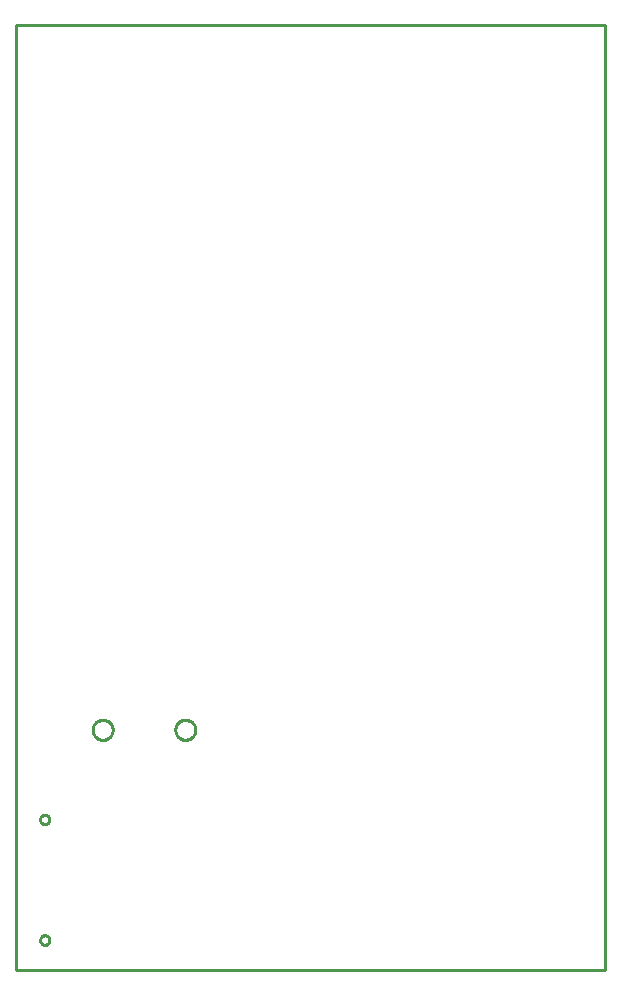
<source format=gbr>
G04 EAGLE Gerber RS-274X export*
G75*
%MOMM*%
%FSLAX34Y34*%
%LPD*%
%IN*%
%IPPOS*%
%AMOC8*
5,1,8,0,0,1.08239X$1,22.5*%
G01*
%ADD10C,0.254000*%


D10*
X0Y0D02*
X498350Y0D01*
X498350Y800000D01*
X0Y800000D01*
X0Y0D01*
X23838Y123200D02*
X23318Y123268D01*
X22811Y123404D01*
X22327Y123605D01*
X21873Y123867D01*
X21457Y124186D01*
X21086Y124557D01*
X20767Y124973D01*
X20505Y125427D01*
X20304Y125911D01*
X20168Y126418D01*
X20100Y126938D01*
X20100Y127462D01*
X20168Y127982D01*
X20304Y128489D01*
X20505Y128973D01*
X20767Y129427D01*
X21086Y129843D01*
X21457Y130214D01*
X21873Y130533D01*
X22327Y130795D01*
X22811Y130996D01*
X23318Y131132D01*
X23838Y131200D01*
X24362Y131200D01*
X24882Y131132D01*
X25389Y130996D01*
X25873Y130795D01*
X26327Y130533D01*
X26743Y130214D01*
X27114Y129843D01*
X27433Y129427D01*
X27695Y128973D01*
X27896Y128489D01*
X28032Y127982D01*
X28100Y127462D01*
X28100Y126938D01*
X28032Y126418D01*
X27896Y125911D01*
X27695Y125427D01*
X27433Y124973D01*
X27114Y124557D01*
X26743Y124186D01*
X26327Y123867D01*
X25873Y123605D01*
X25389Y123404D01*
X24882Y123268D01*
X24362Y123200D01*
X23838Y123200D01*
X23838Y21200D02*
X23318Y21268D01*
X22811Y21404D01*
X22327Y21605D01*
X21873Y21867D01*
X21457Y22186D01*
X21086Y22557D01*
X20767Y22973D01*
X20505Y23427D01*
X20304Y23911D01*
X20168Y24418D01*
X20100Y24938D01*
X20100Y25462D01*
X20168Y25982D01*
X20304Y26489D01*
X20505Y26973D01*
X20767Y27427D01*
X21086Y27843D01*
X21457Y28214D01*
X21873Y28533D01*
X22327Y28795D01*
X22811Y28996D01*
X23318Y29132D01*
X23838Y29200D01*
X24362Y29200D01*
X24882Y29132D01*
X25389Y28996D01*
X25873Y28795D01*
X26327Y28533D01*
X26743Y28214D01*
X27114Y27843D01*
X27433Y27427D01*
X27695Y26973D01*
X27896Y26489D01*
X28032Y25982D01*
X28100Y25462D01*
X28100Y24938D01*
X28032Y24418D01*
X27896Y23911D01*
X27695Y23427D01*
X27433Y22973D01*
X27114Y22557D01*
X26743Y22186D01*
X26327Y21867D01*
X25873Y21605D01*
X25389Y21404D01*
X24882Y21268D01*
X24362Y21200D01*
X23838Y21200D01*
X81600Y202829D02*
X81535Y202089D01*
X81406Y201359D01*
X81214Y200642D01*
X80960Y199944D01*
X80647Y199271D01*
X80276Y198629D01*
X79850Y198021D01*
X79373Y197452D01*
X78848Y196927D01*
X78279Y196450D01*
X77671Y196024D01*
X77029Y195653D01*
X76356Y195340D01*
X75658Y195086D01*
X74942Y194894D01*
X74211Y194765D01*
X73471Y194700D01*
X72729Y194700D01*
X71989Y194765D01*
X71259Y194894D01*
X70542Y195086D01*
X69844Y195340D01*
X69171Y195653D01*
X68529Y196024D01*
X67921Y196450D01*
X67352Y196927D01*
X66827Y197452D01*
X66350Y198021D01*
X65924Y198629D01*
X65553Y199271D01*
X65240Y199944D01*
X64986Y200642D01*
X64794Y201359D01*
X64665Y202089D01*
X64600Y202829D01*
X64600Y203571D01*
X64665Y204311D01*
X64794Y205042D01*
X64986Y205758D01*
X65240Y206456D01*
X65553Y207129D01*
X65924Y207771D01*
X66350Y208379D01*
X66827Y208948D01*
X67352Y209473D01*
X67921Y209950D01*
X68529Y210376D01*
X69171Y210747D01*
X69844Y211060D01*
X70542Y211314D01*
X71259Y211506D01*
X71989Y211635D01*
X72729Y211700D01*
X73471Y211700D01*
X74211Y211635D01*
X74942Y211506D01*
X75658Y211314D01*
X76356Y211060D01*
X77029Y210747D01*
X77671Y210376D01*
X78279Y209950D01*
X78848Y209473D01*
X79373Y208948D01*
X79850Y208379D01*
X80276Y207771D01*
X80647Y207129D01*
X80960Y206456D01*
X81214Y205758D01*
X81406Y205042D01*
X81535Y204311D01*
X81600Y203571D01*
X81600Y202829D01*
X151600Y202829D02*
X151535Y202089D01*
X151406Y201359D01*
X151214Y200642D01*
X150960Y199944D01*
X150647Y199271D01*
X150276Y198629D01*
X149850Y198021D01*
X149373Y197452D01*
X148848Y196927D01*
X148279Y196450D01*
X147671Y196024D01*
X147029Y195653D01*
X146356Y195340D01*
X145658Y195086D01*
X144942Y194894D01*
X144211Y194765D01*
X143471Y194700D01*
X142729Y194700D01*
X141989Y194765D01*
X141259Y194894D01*
X140542Y195086D01*
X139844Y195340D01*
X139171Y195653D01*
X138529Y196024D01*
X137921Y196450D01*
X137352Y196927D01*
X136827Y197452D01*
X136350Y198021D01*
X135924Y198629D01*
X135553Y199271D01*
X135240Y199944D01*
X134986Y200642D01*
X134794Y201359D01*
X134665Y202089D01*
X134600Y202829D01*
X134600Y203571D01*
X134665Y204311D01*
X134794Y205042D01*
X134986Y205758D01*
X135240Y206456D01*
X135553Y207129D01*
X135924Y207771D01*
X136350Y208379D01*
X136827Y208948D01*
X137352Y209473D01*
X137921Y209950D01*
X138529Y210376D01*
X139171Y210747D01*
X139844Y211060D01*
X140542Y211314D01*
X141259Y211506D01*
X141989Y211635D01*
X142729Y211700D01*
X143471Y211700D01*
X144211Y211635D01*
X144942Y211506D01*
X145658Y211314D01*
X146356Y211060D01*
X147029Y210747D01*
X147671Y210376D01*
X148279Y209950D01*
X148848Y209473D01*
X149373Y208948D01*
X149850Y208379D01*
X150276Y207771D01*
X150647Y207129D01*
X150960Y206456D01*
X151214Y205758D01*
X151406Y205042D01*
X151535Y204311D01*
X151600Y203571D01*
X151600Y202829D01*
M02*

</source>
